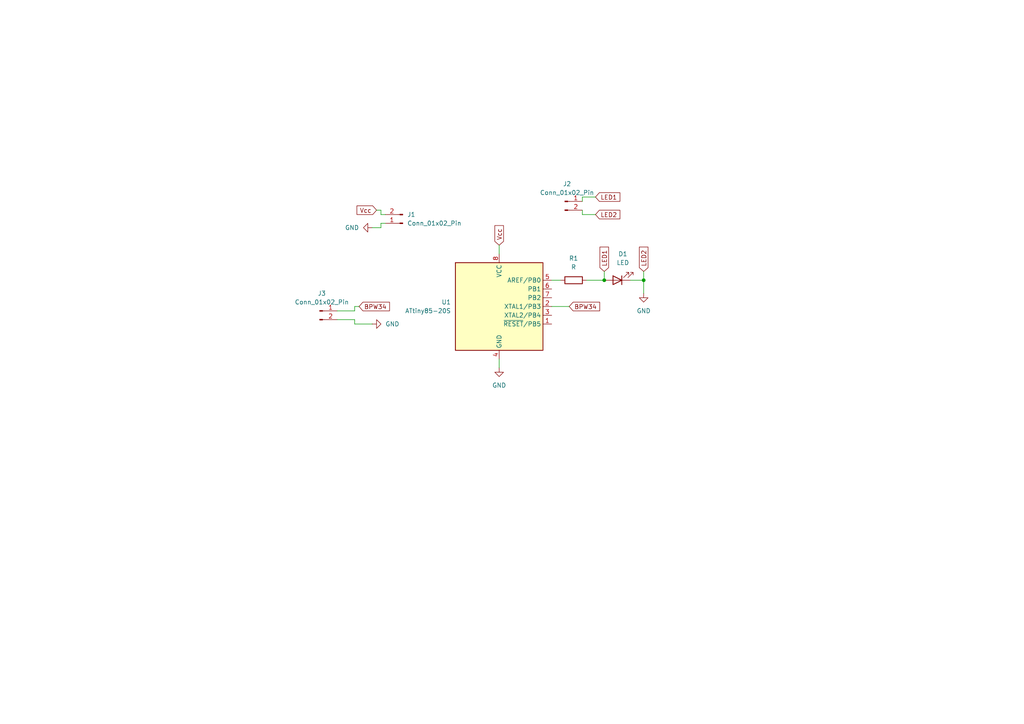
<source format=kicad_sch>
(kicad_sch (version 20231120) (generator "eeschema") (generator_version "8.0")
  (paper "A4")
  (lib_symbols
    (symbol "Connector:Conn_01x02_Pin" (pin_names (offset 1.016) hide)
      (property "Reference" "J" (at 0 2.54 0))
      (property "Value" "Conn_01x02_Pin" (at 0 -5.08 0))
      (symbol "Conn_01x02_Pin_1_1"
        (polyline (pts (xy 1.27 -2.54) (xy 0.8636 -2.54)) (stroke (width 0.1524)))
        (polyline (pts (xy 1.27 0) (xy 0.8636 0)) (stroke (width 0.1524)))
        (rectangle (start 0.8636 -2.413) (end 0 -2.667) (stroke (width 0.1524)) (fill (type outline)))
        (rectangle (start 0.8636 0.127) (end 0 -0.127) (stroke (width 0.1524)) (fill (type outline)))
        (pin passive line (at 5.08 0 180) (length 3.81) (name "Pin_1") (number "1"))
        (pin passive line (at 5.08 -2.54 180) (length 3.81) (name "Pin_2") (number "2"))
      )
    )
    (symbol "Device:LED" (pin_numbers hide) (pin_names (offset 1.016) hide)
      (property "Reference" "D" (at 0 2.54 0))
      (property "Value" "LED" (at 0 -2.54 0))
      (symbol "LED_0_1"
        (polyline (pts (xy -1.27 -1.27) (xy -1.27 1.27)) (stroke (width 0.254)))
        (polyline (pts (xy -1.27 0) (xy 1.27 0)))
        (polyline (pts (xy 1.27 -1.27) (xy 1.27 1.27) (xy -1.27 0) (xy 1.27 -1.27)) (stroke (width 0.254)))
        (polyline (pts (xy -3.048 -0.762) (xy -4.572 -2.286) (xy -3.81 -2.286) (xy -4.572 -2.286) (xy -4.572 -1.524)))
        (polyline (pts (xy -1.778 -0.762) (xy -3.302 -2.286) (xy -2.54 -2.286) (xy -3.302 -2.286) (xy -3.302 -1.524)))
      )
      (symbol "LED_1_1"
        (pin passive line (at -3.81 0 0) (length 2.54) (name "K") (number "1"))
        (pin passive line (at 3.81 0 180) (length 2.54) (name "A") (number "2"))
      )
    )
    (symbol "Device:R" (pin_numbers hide) (pin_names (offset 0))
      (property "Reference" "R" (at 2.032 0 90))
      (property "Value" "R" (at 0 0 90))
      (symbol "R_0_1"
        (rectangle (start -1.016 -2.54) (end 1.016 2.54) (stroke (width 0.254)))
      )
      (symbol "R_1_1"
        (pin passive line (at 0 3.81 270) (length 1.27) (name "~") (number "1"))
        (pin passive line (at 0 -3.81 90) (length 1.27) (name "~") (number "2"))
      )
    )
    (symbol "MCU_Microchip_ATtiny:ATtiny85-20S"
      (property "Reference" "U" (at -12.7 13.97 0))
      (property "Value" "ATtiny85-20S" (at 2.54 -13.97 0))
      (symbol "ATtiny85-20S_0_1"
        (rectangle (start -12.7 -12.7) (end 12.7 12.7) (stroke (width 0.254)) (fill (type background)))
      )
      (symbol "ATtiny85-20S_1_1"
        (pin bidirectional line (at 15.24 -5.08 180) (length 2.54) (name "~{RESET}/PB5") (number "1"))
        (pin bidirectional line (at 15.24 0 180) (length 2.54) (name "XTAL1/PB3") (number "2"))
        (pin bidirectional line (at 15.24 -2.54 180) (length 2.54) (name "XTAL2/PB4") (number "3"))
        (pin power_in line (at 0 -15.24 90) (length 2.54) (name "GND") (number "4"))
        (pin bidirectional line (at 15.24 7.62 180) (length 2.54) (name "AREF/PB0") (number "5"))
        (pin bidirectional line (at 15.24 5.08 180) (length 2.54) (name "PB1") (number "6"))
        (pin bidirectional line (at 15.24 2.54 180) (length 2.54) (name "PB2") (number "7"))
        (pin power_in line (at 0 15.24 270) (length 2.54) (name "VCC") (number "8"))
      )
    )
    (symbol "power:GND" (power) (pin_numbers hide) (pin_names (offset 0) hide)
      (property "Value" "GND" (at 0 -3.81 0))
      (symbol "GND_0_1"
        (polyline (pts (xy 0 0) (xy 0 -1.27) (xy 1.27 -1.27) (xy 0 -2.54) (xy -1.27 -1.27) (xy 0 -1.27)))
      )
      (symbol "GND_1_1"
        (pin power_in line (at 0 0 270) (length 0) (name "~") (number "1"))
      )
    )
  )
  (junction (at 175.26 81.28))
  (junction (at 186.69 81.28))
  (wire (pts (xy 110.49 66.04) (xy 110.49 64.77)))
  (wire (pts (xy 107.95 66.04) (xy 110.49 66.04)))
  (wire (pts (xy 102.87 88.9) (xy 102.87 90.17)))
  (wire (pts (xy 160.02 88.9) (xy 165.1 88.9)))
  (wire (pts (xy 170.18 81.28) (xy 175.26 81.28)))
  (wire (pts (xy 168.91 60.96) (xy 168.91 62.23)))
  (wire (pts (xy 110.49 60.96) (xy 110.49 62.23)))
  (wire (pts (xy 110.49 62.23) (xy 111.76 62.23)))
  (wire (pts (xy 102.87 93.98) (xy 107.95 93.98)))
  (wire (pts (xy 102.87 90.17) (xy 97.79 90.17)))
  (wire (pts (xy 186.69 85.09) (xy 186.69 81.28)))
  (wire (pts (xy 168.91 57.15) (xy 172.72 57.15)))
  (wire (pts (xy 109.22 60.96) (xy 110.49 60.96)))
  (wire (pts (xy 102.87 92.71) (xy 102.87 93.98)))
  (wire (pts (xy 186.69 78.74) (xy 186.69 81.28)))
  (wire (pts (xy 168.91 62.23) (xy 172.72 62.23)))
  (wire (pts (xy 97.79 92.71) (xy 102.87 92.71)))
  (wire (pts (xy 182.88 81.28) (xy 186.69 81.28)))
  (wire (pts (xy 168.91 58.42) (xy 168.91 57.15)))
  (wire (pts (xy 110.49 64.77) (xy 111.76 64.77)))
  (wire (pts (xy 144.78 71.12) (xy 144.78 73.66)))
  (wire (pts (xy 104.14 88.9) (xy 102.87 88.9)))
  (wire (pts (xy 144.78 104.14) (xy 144.78 106.68)))
  (wire (pts (xy 160.02 81.28) (xy 162.56 81.28)))
  (wire (pts (xy 175.26 78.74) (xy 175.26 81.28)))
  (global_label "Vcc" (shape input) (at 109.22 60.96 180) (property "Intersheetrefs" "${INTERSHEET_REFS}" (effects (hide yes))))
  (global_label "LED2" (shape input) (at 172.72 62.23 0) (property "Intersheetrefs" "${INTERSHEET_REFS}" (effects (hide yes))))
  (global_label "LED2" (shape input) (at 186.69 78.74 90) (property "Intersheetrefs" "${INTERSHEET_REFS}" (effects (hide yes))))
  (global_label "BPW34" (shape input) (at 104.14 88.9 0) (property "Intersheetrefs" "${INTERSHEET_REFS}" (effects (hide yes))))
  (global_label "LED1" (shape input) (at 175.26 78.74 90) (property "Intersheetrefs" "${INTERSHEET_REFS}" (effects (hide yes))))
  (global_label "LED1" (shape input) (at 172.72 57.15 0) (property "Intersheetrefs" "${INTERSHEET_REFS}" (effects (hide yes))))
  (global_label "BPW34" (shape input) (at 165.1 88.9 0) (property "Intersheetrefs" "${INTERSHEET_REFS}" (effects (hide yes))))
  (global_label "Vcc" (shape input) (at 144.78 71.12 90) (property "Intersheetrefs" "${INTERSHEET_REFS}" (effects (hide yes))))
  (symbol (lib_id "Connector:Conn_01x02_Pin") (at 92.71 90.17 0) (unit 1)
    (property "Reference" "J3" (at 93.345 85.09 0))
    (property "Value" "Conn_01x02_Pin" (at 93.345 87.63 0))
    (property "Description" "Generic connector, single row, 01x02, script generated" (effects (hide yes)))
  )
  (symbol (lib_id "power:GND") (at 186.69 85.09 0) (unit 1)
    (property "Reference" "#PWR02" (effects (hide yes)))
    (property "Value" "GND" (at 186.69 90.17 0))
    (property "Description" "Power symbol creates a global label with name \"GND\" , ground" (effects (hide yes)))
  )
  (symbol (lib_id "MCU_Microchip_ATtiny:ATtiny85-20S") (at 144.78 88.9 0) (unit 1)
    (property "Reference" "U1" (at 130.81 87.6299 0) (effects (justify right)))
    (property "Value" "ATtiny85-20S" (at 130.81 90.1699 0) (effects (justify right)))
    (property "Footprint" "Package_SO:SOIC-8W_5.3x5.3mm_P1.27mm" (effects (hide yes)))
    (property "Datasheet" "http://ww1.microchip.com/downloads/en/DeviceDoc/atmel-2586-avr-8-bit-microcontroller-attiny25-attiny45-attiny85_datasheet.pdf" (effects (hide yes)))
    (property "Description" "20MHz, 8kB Flash, 512B SRAM, 512B EEPROM, debugWIRE, SOIC-8W" (effects (hide yes)))
  )
  (symbol (lib_id "power:GND") (at 107.95 66.04 270) (unit 1)
    (property "Reference" "#PWR03" (effects (hide yes)))
    (property "Value" "GND" (at 104.14 66.0399 90) (effects (justify right)))
    (property "Description" "Power symbol creates a global label with name \"GND\" , ground" (effects (hide yes)))
  )
  (symbol (lib_id "power:GND") (at 144.78 106.68 0) (unit 1)
    (property "Reference" "#PWR01" (effects (hide yes)))
    (property "Value" "GND" (at 144.78 111.76 0))
    (property "Description" "Power symbol creates a global label with name \"GND\" , ground" (effects (hide yes)))
  )
  (symbol (lib_id "power:GND") (at 107.95 93.98 90) (unit 1)
    (property "Reference" "#PWR04" (effects (hide yes)))
    (property "Value" "GND" (at 111.76 93.9799 90) (effects (justify right)))
    (property "Description" "Power symbol creates a global label with name \"GND\" , ground" (effects (hide yes)))
  )
  (symbol (lib_id "Connector:Conn_01x02_Pin") (at 116.84 64.77 180) (unit 1)
    (property "Reference" "J1" (at 118.11 62.2299 0) (effects (justify right)))
    (property "Value" "Conn_01x02_Pin" (at 118.11 64.7699 0) (effects (justify right)))
    (property "Description" "Generic connector, single row, 01x02, script generated" (effects (hide yes)))
  )
  (symbol (lib_id "Device:R") (at 166.37 81.28 90) (unit 1)
    (property "Reference" "R1" (at 166.37 74.93 90))
    (property "Value" "R" (at 166.37 77.47 90))
    (property "Description" "Resistor" (effects (hide yes)))
  )
  (symbol (lib_id "Connector:Conn_01x02_Pin") (at 163.83 58.42 0) (unit 1)
    (property "Reference" "J2" (at 164.465 53.34 0))
    (property "Value" "Conn_01x02_Pin" (at 164.465 55.88 0))
    (property "Description" "Generic connector, single row, 01x02, script generated" (effects (hide yes)))
  )
  (symbol (lib_id "Device:LED") (at 179.07 81.28 180) (unit 1)
    (property "Reference" "D1" (at 180.6575 73.66 0))
    (property "Value" "LED" (at 180.6575 76.2 0))
    (property "Description" "Light emitting diode" (effects (hide yes)))
  )
)
</source>
